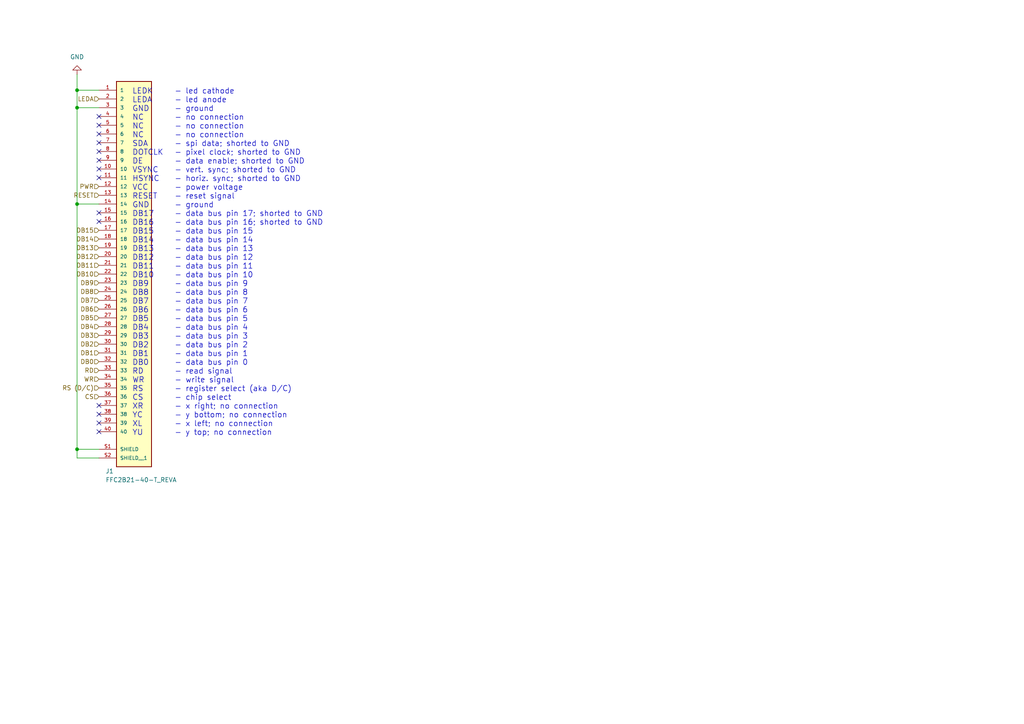
<source format=kicad_sch>
(kicad_sch (version 20230121) (generator eeschema)
  (paper "A4")
  (lib_symbols
    (symbol "FFC2B21-40-T_REVA:FFC2B21-40-T_REVA" (pin_names (offset 1.016))
      (property "Reference" "J" (at -5.08 54.61 0))
      (property "Value" "FFC2B21-40-T_REVA" (at -5.08 -60.96 0))
      (symbol "FFC2B21-40-T_REVA_0_0"
        (rectangle (start -5.08 -58.42) (end 5.08 53.34) (stroke (width 0.254)) (fill (type background)))
        (pin passive line (at -10.16 50.8 0) (length 5.08) (name "1") (number "1"))
        (pin passive line (at -10.16 27.94 0) (length 5.08) (name "10") (number "10"))
        (pin passive line (at -10.16 25.4 0) (length 5.08) (name "11") (number "11"))
        (pin passive line (at -10.16 22.86 0) (length 5.08) (name "12") (number "12"))
        (pin passive line (at -10.16 20.32 0) (length 5.08) (name "13") (number "13"))
        (pin passive line (at -10.16 17.78 0) (length 5.08) (name "14") (number "14"))
        (pin passive line (at -10.16 15.24 0) (length 5.08) (name "15") (number "15"))
        (pin passive line (at -10.16 12.7 0) (length 5.08) (name "16") (number "16"))
        (pin passive line (at -10.16 10.16 0) (length 5.08) (name "17") (number "17"))
        (pin passive line (at -10.16 7.62 0) (length 5.08) (name "18") (number "18"))
        (pin passive line (at -10.16 5.08 0) (length 5.08) (name "19") (number "19"))
        (pin passive line (at -10.16 48.26 0) (length 5.08) (name "2") (number "2"))
        (pin passive line (at -10.16 2.54 0) (length 5.08) (name "20") (number "20"))
        (pin passive line (at -10.16 0 0) (length 5.08) (name "21") (number "21"))
        (pin passive line (at -10.16 -2.54 0) (length 5.08) (name "22") (number "22"))
        (pin passive line (at -10.16 -5.08 0) (length 5.08) (name "23") (number "23"))
        (pin passive line (at -10.16 -7.62 0) (length 5.08) (name "24") (number "24"))
        (pin passive line (at -10.16 -10.16 0) (length 5.08) (name "25") (number "25"))
        (pin passive line (at -10.16 -12.7 0) (length 5.08) (name "26") (number "26"))
        (pin passive line (at -10.16 -15.24 0) (length 5.08) (name "27") (number "27"))
        (pin passive line (at -10.16 -17.78 0) (length 5.08) (name "28") (number "28"))
        (pin passive line (at -10.16 -20.32 0) (length 5.08) (name "29") (number "29"))
        (pin passive line (at -10.16 45.72 0) (length 5.08) (name "3") (number "3"))
        (pin passive line (at -10.16 -22.86 0) (length 5.08) (name "30") (number "30"))
        (pin passive line (at -10.16 -25.4 0) (length 5.08) (name "31") (number "31"))
        (pin passive line (at -10.16 -27.94 0) (length 5.08) (name "32") (number "32"))
        (pin passive line (at -10.16 -30.48 0) (length 5.08) (name "33") (number "33"))
        (pin passive line (at -10.16 -33.02 0) (length 5.08) (name "34") (number "34"))
        (pin passive line (at -10.16 -35.56 0) (length 5.08) (name "35") (number "35"))
        (pin passive line (at -10.16 -38.1 0) (length 5.08) (name "36") (number "36"))
        (pin passive line (at -10.16 -40.64 0) (length 5.08) (name "37") (number "37"))
        (pin passive line (at -10.16 -43.18 0) (length 5.08) (name "38") (number "38"))
        (pin passive line (at -10.16 -45.72 0) (length 5.08) (name "39") (number "39"))
        (pin passive line (at -10.16 43.18 0) (length 5.08) (name "4") (number "4"))
        (pin passive line (at -10.16 -48.26 0) (length 5.08) (name "40") (number "40"))
        (pin passive line (at -10.16 40.64 0) (length 5.08) (name "5") (number "5"))
        (pin passive line (at -10.16 38.1 0) (length 5.08) (name "6") (number "6"))
        (pin passive line (at -10.16 35.56 0) (length 5.08) (name "7") (number "7"))
        (pin passive line (at -10.16 33.02 0) (length 5.08) (name "8") (number "8"))
        (pin passive line (at -10.16 30.48 0) (length 5.08) (name "9") (number "9"))
        (pin passive line (at -10.16 -53.34 0) (length 5.08) (name "SHIELD") (number "S1"))
        (pin passive line (at -10.16 -55.88 0) (length 5.08) (name "SHIELD__1") (number "S2"))
      )
    )
    (symbol "power:GND" (power) (pin_names (offset 0))
      (property "Value" "GND" (at 0 -3.81 0))
      (symbol "GND_0_1"
        (polyline (pts (xy 0 0) (xy 0 -1.27) (xy 1.27 -1.27) (xy 0 -2.54) (xy -1.27 -1.27) (xy 0 -1.27)))
      )
      (symbol "GND_1_1"
        (pin power_in line (at 0 0 270) (length 0) hide (name "GND") (number "1"))
      )
    )
  )
  (junction (at 22.352 26.162))
  (junction (at 22.352 59.182))
  (junction (at 22.352 130.302))
  (junction (at 22.352 31.242))
  (no_connect (at 28.702 41.402))
  (no_connect (at 28.702 46.482))
  (no_connect (at 28.702 43.942))
  (no_connect (at 28.702 120.142))
  (no_connect (at 28.702 64.262))
  (no_connect (at 28.702 61.722))
  (no_connect (at 28.702 33.782))
  (no_connect (at 28.702 125.222))
  (no_connect (at 28.702 122.682))
  (no_connect (at 28.702 36.322))
  (no_connect (at 28.702 49.022))
  (no_connect (at 28.702 51.562))
  (no_connect (at 28.702 117.602))
  (no_connect (at 28.702 38.862))
  (wire (pts (xy 28.702 130.302) (xy 22.352 130.302)))
  (wire (pts (xy 28.702 132.842) (xy 22.352 132.842)))
  (wire (pts (xy 22.352 31.242) (xy 22.352 26.162)))
  (wire (pts (xy 22.352 59.182) (xy 22.352 130.302)))
  (wire (pts (xy 22.352 26.162) (xy 22.352 21.59)))
  (wire (pts (xy 28.702 59.182) (xy 22.352 59.182)))
  (wire (pts (xy 22.352 31.242) (xy 22.352 59.182)))
  (wire (pts (xy 28.702 26.162) (xy 22.352 26.162)))
  (wire (pts (xy 28.702 31.242) (xy 22.352 31.242)))
  (wire (pts (xy 22.352 130.302) (xy 22.352 132.842)))
  (text "LEDK	- led cathode\nLEDA	- led anode\nGND		- ground\nNC		- no connection\nNC		- no connection\nNC		- no connection\nSDA		- spi data; shorted to GND\nDOTCLK	- pixel clock; shorted to GND\nDE		- data enable; shorted to GND\nVSYNC	- vert. sync; shorted to GND\nHSYNC	- horiz. sync; shorted to GND\nVCC		- power voltage\nRESET	- reset signal\nGND		- ground\nDB17	- data bus pin 17; shorted to GND\nDB16	- data bus pin 16; shorted to GND\nDB15	- data bus pin 15\nDB14	- data bus pin 14\nDB13	- data bus pin 13\nDB12	- data bus pin 12\nDB11	- data bus pin 11\nDB10	- data bus pin 10\nDB9		- data bus pin 9\nDB8		- data bus pin 8\nDB7		- data bus pin 7\nDB6		- data bus pin 6\nDB5		- data bus pin 5\nDB4		- data bus pin 4\nDB3		- data bus pin 3\nDB2		- data bus pin 2\nDB1		- data bus pin 1\nDB0		- data bus pin 0\nRD		- read signal\nWR		- write signal\nRS		- register select (aka D/C)\nCS		- chip select\nXR		- x right; no connection\nYC		- y bottom; no connection\nXL		- x left; no connection\nYU		- y top; no connection" (at 38.354 126.492 0) (effects (font (size 1.577 1.577)) (justify left bottom)))
  (hierarchical_label "DB4" (shape input) (at 28.702 94.742 180))
  (hierarchical_label "RD" (shape input) (at 28.702 107.442 180))
  (hierarchical_label "DB12" (shape input) (at 28.702 74.422 180))
  (hierarchical_label "WR" (shape input) (at 28.702 109.982 180))
  (hierarchical_label "DB15" (shape input) (at 28.702 66.802 180))
  (hierarchical_label "RS (D{slash}C)" (shape input) (at 28.702 112.522 180))
  (hierarchical_label "LEDA" (shape input) (at 28.702 28.702 180))
  (hierarchical_label "DB6" (shape input) (at 28.702 89.662 180))
  (hierarchical_label "DB7" (shape input) (at 28.702 87.122 180))
  (hierarchical_label "DB10" (shape input) (at 28.702 79.502 180))
  (hierarchical_label "DB3" (shape input) (at 28.702 97.282 180))
  (hierarchical_label "DB8" (shape input) (at 28.702 84.582 180))
  (hierarchical_label "CS" (shape input) (at 28.702 115.062 180))
  (hierarchical_label "DB0" (shape input) (at 28.702 104.902 180))
  (hierarchical_label "DB2" (shape input) (at 28.702 99.822 180))
  (hierarchical_label "DB14" (shape input) (at 28.702 69.342 180))
  (hierarchical_label "RESET" (shape input) (at 28.702 56.642 180))
  (hierarchical_label "DB13" (shape input) (at 28.702 71.882 180))
  (hierarchical_label "PWR" (shape input) (at 28.702 54.102 180))
  (hierarchical_label "DB9" (shape input) (at 28.702 82.042 180))
  (hierarchical_label "DB5" (shape input) (at 28.702 92.202 180))
  (hierarchical_label "DB1" (shape input) (at 28.702 102.362 180))
  (hierarchical_label "DB11" (shape input) (at 28.702 76.962 180))
  (symbol (lib_id "power:GND") (at 22.352 21.59 180) (unit 1)
    (property "Reference" "#PWR02" (effects hide))
    (property "Value" "GND" (at 22.352 16.51 0))
  )
  (symbol (lib_id "FFC2B21-40-T_REVA:FFC2B21-40-T_REVA") (at 38.862 76.962 0) (unit 1)
    (property "Reference" "J1" (at 30.607 136.652 0) (effects (justify left)))
    (property "Value" "FFC2B21-40-T_REVA" (at 30.607 139.192 0) (effects (justify left)))
    (property "Footprint" "footprints:GCT_FFC2B21-40-T_REVA" (effects hide))
    (property "PARTREV" "A" (effects hide))
    (property "STANDARD" "Manufacturer Recommendations" (effects hide))
    (property "MAXIMUM_PACKAGE_HEIGHT" "2.00 mm" (effects hide))
    (property "MANUFACTURER" "GCT" (effects hide))
  )
)
</source>
